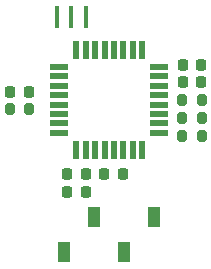
<source format=gbr>
%TF.GenerationSoftware,KiCad,Pcbnew,8.0.4*%
%TF.CreationDate,2024-08-09T19:06:39+02:00*%
%TF.ProjectId,Water Tank Monitor,57617465-7220-4546-916e-6b204d6f6e69,rev?*%
%TF.SameCoordinates,Original*%
%TF.FileFunction,Paste,Top*%
%TF.FilePolarity,Positive*%
%FSLAX46Y46*%
G04 Gerber Fmt 4.6, Leading zero omitted, Abs format (unit mm)*
G04 Created by KiCad (PCBNEW 8.0.4) date 2024-08-09 19:06:39*
%MOMM*%
%LPD*%
G01*
G04 APERTURE LIST*
G04 Aperture macros list*
%AMRoundRect*
0 Rectangle with rounded corners*
0 $1 Rounding radius*
0 $2 $3 $4 $5 $6 $7 $8 $9 X,Y pos of 4 corners*
0 Add a 4 corners polygon primitive as box body*
4,1,4,$2,$3,$4,$5,$6,$7,$8,$9,$2,$3,0*
0 Add four circle primitives for the rounded corners*
1,1,$1+$1,$2,$3*
1,1,$1+$1,$4,$5*
1,1,$1+$1,$6,$7*
1,1,$1+$1,$8,$9*
0 Add four rect primitives between the rounded corners*
20,1,$1+$1,$2,$3,$4,$5,0*
20,1,$1+$1,$4,$5,$6,$7,0*
20,1,$1+$1,$6,$7,$8,$9,0*
20,1,$1+$1,$8,$9,$2,$3,0*%
G04 Aperture macros list end*
%ADD10RoundRect,0.200000X-0.200000X-0.275000X0.200000X-0.275000X0.200000X0.275000X-0.200000X0.275000X0*%
%ADD11RoundRect,0.225000X-0.225000X-0.250000X0.225000X-0.250000X0.225000X0.250000X-0.225000X0.250000X0*%
%ADD12RoundRect,0.225000X0.225000X0.250000X-0.225000X0.250000X-0.225000X-0.250000X0.225000X-0.250000X0*%
%ADD13R,0.550000X1.600000*%
%ADD14R,1.600000X0.550000*%
%ADD15R,0.400000X1.900000*%
%ADD16R,1.020000X1.780000*%
%ADD17RoundRect,0.218750X0.218750X0.256250X-0.218750X0.256250X-0.218750X-0.256250X0.218750X-0.256250X0*%
%ADD18RoundRect,0.200000X0.200000X0.275000X-0.200000X0.275000X-0.200000X-0.275000X0.200000X-0.275000X0*%
G04 APERTURE END LIST*
D10*
%TO.C,R3*%
X146175000Y-85000000D03*
X147825000Y-85000000D03*
%TD*%
D11*
%TO.C,C3*%
X136450000Y-89800000D03*
X138000000Y-89800000D03*
%TD*%
D10*
%TO.C,R1*%
X131575000Y-82750000D03*
X133225000Y-82750000D03*
%TD*%
D12*
%TO.C,C4*%
X147775000Y-79000000D03*
X146225000Y-79000000D03*
%TD*%
D10*
%TO.C,R4*%
X146175000Y-83500000D03*
X147825000Y-83500000D03*
%TD*%
D11*
%TO.C,C1*%
X139575000Y-88250000D03*
X141125000Y-88250000D03*
%TD*%
D13*
%TO.C,U1*%
X142800000Y-77725000D03*
X142000000Y-77725000D03*
X141200000Y-77725000D03*
X140400000Y-77725000D03*
X139600000Y-77725000D03*
X138800000Y-77725000D03*
X138000000Y-77725000D03*
X137200000Y-77725000D03*
D14*
X135750000Y-79175000D03*
X135750000Y-79975000D03*
X135750000Y-80775000D03*
X135750000Y-81575000D03*
X135750000Y-82375000D03*
X135750000Y-83175000D03*
X135750000Y-83975000D03*
X135750000Y-84775000D03*
D13*
X137200000Y-86225000D03*
X138000000Y-86225000D03*
X138800000Y-86225000D03*
X139600000Y-86225000D03*
X140400000Y-86225000D03*
X141200000Y-86225000D03*
X142000000Y-86225000D03*
X142800000Y-86225000D03*
D14*
X144250000Y-84775000D03*
X144250000Y-83975000D03*
X144250000Y-83175000D03*
X144250000Y-82375000D03*
X144250000Y-81575000D03*
X144250000Y-80775000D03*
X144250000Y-79975000D03*
X144250000Y-79175000D03*
%TD*%
D15*
%TO.C,Y1*%
X135600000Y-75000000D03*
X136800000Y-75000000D03*
X138000000Y-75000000D03*
%TD*%
D16*
%TO.C,J4*%
X136190000Y-94865000D03*
X138730000Y-91885000D03*
X141270000Y-94865000D03*
X143810000Y-91885000D03*
%TD*%
D17*
%TO.C,D2*%
X133187500Y-81275000D03*
X131612500Y-81275000D03*
%TD*%
D11*
%TO.C,C5*%
X146225000Y-80500000D03*
X147775000Y-80500000D03*
%TD*%
D18*
%TO.C,R2*%
X147825000Y-82000000D03*
X146175000Y-82000000D03*
%TD*%
D11*
%TO.C,C2*%
X136450000Y-88250000D03*
X138000000Y-88250000D03*
%TD*%
M02*

</source>
